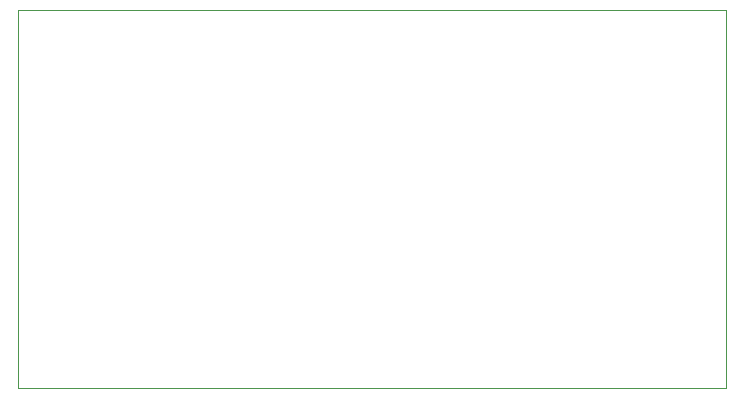
<source format=gbr>
%FSLAX34Y34*%
%MOMM*%
%LNOUTLINE*%
G71*
G01*
%ADD10C,0.002*%
%LPD*%
G54D10*
X0Y320000D02*
X600000Y320000D01*
X600000Y0D01*
X0Y0D01*
X0Y320000D01*
M02*

</source>
